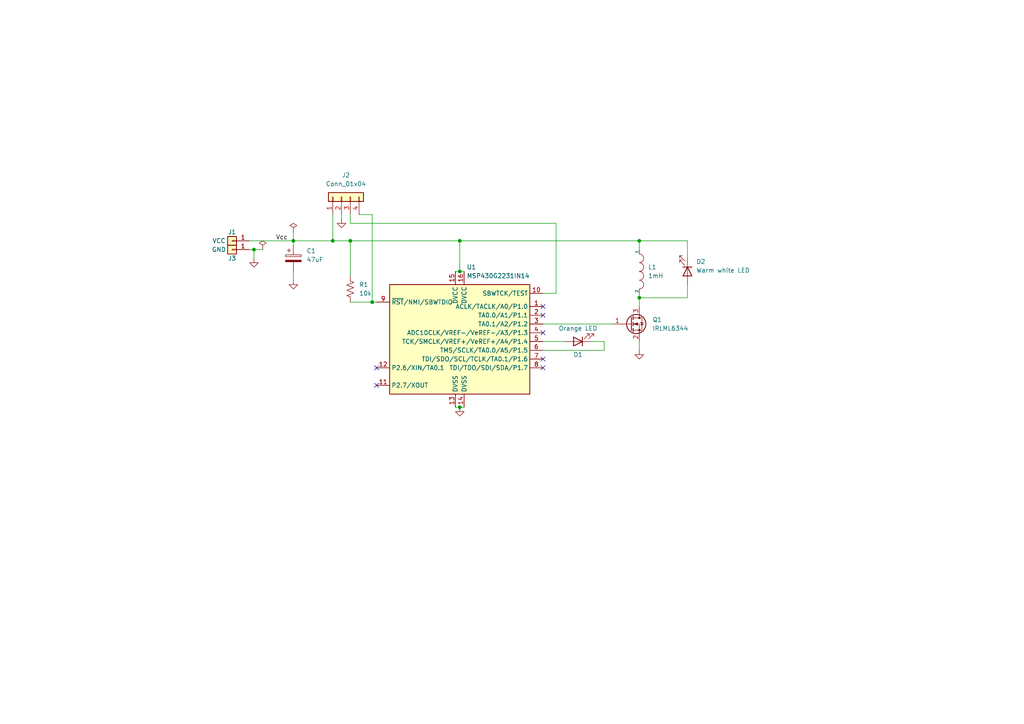
<source format=kicad_sch>
(kicad_sch (version 20230121) (generator eeschema)
  (paper "A4")
  (title_block (title "uLightHouse") (date "2023-09-17") (rev "1.1") (company "Navaneeth Bhardwaj") (comment 1 "Design by "))
  (lib_symbols
    (symbol "Connector_Generic:Conn_01x01" (pin_names (offset 1.016) hide)
      (property "Reference" "J" (at 0 2.54 0))
      (property "Value" "Conn_01x01" (at 0 -2.54 0))
      (symbol "Conn_01x01_1_1"
        (rectangle (start -1.27 0.127) (end 0 -0.127) (stroke (width 0.1524)))
        (rectangle (start -1.27 1.27) (end 1.27 -1.27) (stroke (width 0.254)) (fill (type background)))
        (pin passive line (at -5.08 0 0) (length 3.81) (name "Pin_1") (number "1"))
      )
    )
    (symbol "Connector_Generic:Conn_01x04" (pin_names (offset 1.016) hide)
      (property "Reference" "J" (at 0 5.08 0))
      (property "Value" "Conn_01x04" (at 0 -7.62 0))
      (symbol "Conn_01x04_1_1"
        (rectangle (start -1.27 -4.953) (end 0 -5.207) (stroke (width 0.1524)))
        (rectangle (start -1.27 -2.413) (end 0 -2.667) (stroke (width 0.1524)))
        (rectangle (start -1.27 0.127) (end 0 -0.127) (stroke (width 0.1524)))
        (rectangle (start -1.27 2.667) (end 0 2.413) (stroke (width 0.1524)))
        (rectangle (start -1.27 3.81) (end 1.27 -6.35) (stroke (width 0.254)) (fill (type background)))
        (pin passive line (at -5.08 2.54 0) (length 3.81) (name "Pin_1") (number "1"))
        (pin passive line (at -5.08 0 0) (length 3.81) (name "Pin_2") (number "2"))
        (pin passive line (at -5.08 -2.54 0) (length 3.81) (name "Pin_3") (number "3"))
        (pin passive line (at -5.08 -5.08 0) (length 3.81) (name "Pin_4") (number "4"))
      )
    )
    (symbol "Device:C_Polarized" (pin_numbers hide) (pin_names (offset 0.254))
      (property "Reference" "C" (at 0.635 2.54 0))
      (property "Value" "C_Polarized" (at 0.635 -2.54 0))
      (symbol "C_Polarized_0_1"
        (rectangle (start -2.286 0.508) (end 2.286 1.016))
        (polyline (pts (xy -1.778 2.286) (xy -0.762 2.286)))
        (polyline (pts (xy -1.27 2.794) (xy -1.27 1.778)))
        (rectangle (start 2.286 -0.508) (end -2.286 -1.016) (fill (type outline)))
      )
      (symbol "C_Polarized_1_1"
        (pin passive line (at 0 3.81 270) (length 2.794) (name "~") (number "1"))
        (pin passive line (at 0 -3.81 90) (length 2.794) (name "~") (number "2"))
      )
    )
    (symbol "Device:LED" (pin_numbers hide) (pin_names (offset 1.016) hide)
      (property "Reference" "D" (at 0 2.54 0))
      (property "Value" "LED" (at 0 -2.54 0))
      (symbol "LED_0_1"
        (polyline (pts (xy -1.27 -1.27) (xy -1.27 1.27)) (stroke (width 0.254)))
        (polyline (pts (xy -1.27 0) (xy 1.27 0)))
        (polyline (pts (xy 1.27 -1.27) (xy 1.27 1.27) (xy -1.27 0) (xy 1.27 -1.27)) (stroke (width 0.254)))
        (polyline (pts (xy -3.048 -0.762) (xy -4.572 -2.286) (xy -3.81 -2.286) (xy -4.572 -2.286) (xy -4.572 -1.524)))
        (polyline (pts (xy -1.778 -0.762) (xy -3.302 -2.286) (xy -2.54 -2.286) (xy -3.302 -2.286) (xy -3.302 -1.524)))
      )
      (symbol "LED_1_1"
        (pin passive line (at -3.81 0 0) (length 2.54) (name "K") (number "1"))
        (pin passive line (at 3.81 0 180) (length 2.54) (name "A") (number "2"))
      )
    )
    (symbol "Device:R_US" (pin_numbers hide) (pin_names (offset 0))
      (property "Reference" "R" (at 2.54 0 90))
      (property "Value" "R_US" (at -2.54 0 90))
      (symbol "R_US_0_1"
        (polyline (pts (xy 0 -2.286) (xy 0 -2.54)))
        (polyline (pts (xy 0 2.286) (xy 0 2.54)))
        (polyline (pts (xy 0 -0.762) (xy 1.016 -1.143) (xy 0 -1.524) (xy -1.016 -1.905) (xy 0 -2.286)))
        (polyline (pts (xy 0 0.762) (xy 1.016 0.381) (xy 0 0) (xy -1.016 -0.381) (xy 0 -0.762)))
        (polyline (pts (xy 0 2.286) (xy 1.016 1.905) (xy 0 1.524) (xy -1.016 1.143) (xy 0 0.762)))
      )
      (symbol "R_US_1_1"
        (pin passive line (at 0 3.81 270) (length 1.27) (name "~") (number "1"))
        (pin passive line (at 0 -3.81 90) (length 1.27) (name "~") (number "2"))
      )
    )
    (symbol "MCU_Texas_MSP430:MSP430G2231IRSA16"
      (property "Reference" "U" (at -19.05 17.78 0))
      (property "Value" "MSP430G2231IRSA16" (at 12.7 -16.51 0))
      (symbol "MSP430G2231IRSA16_0_1"
        (rectangle (start -20.32 16.51) (end 20.32 -15.24) (stroke (width 0.254)) (fill (type background)))
      )
      (symbol "MSP430G2231IRSA16_1_1"
        (pin bidirectional line (at 24.13 10.16 180) (length 3.81) (name "ACLK/TACLK/A0/P1.0") (number "1"))
        (pin input line (at 24.13 13.97 180) (length 3.81) (name "SBWTCK/TEST") (number "10"))
        (pin bidirectional line (at -24.13 -12.7 0) (length 3.81) (name "P2.7/XOUT") (number "11"))
        (pin bidirectional line (at -24.13 -7.62 0) (length 3.81) (name "P2.6/XIN/TA0.1") (number "12"))
        (pin power_in line (at -1.27 -19.05 90) (length 3.81) (name "DVSS") (number "13"))
        (pin power_in line (at 1.27 -19.05 90) (length 3.81) (name "DVSS") (number "14"))
        (pin power_in line (at -1.27 20.32 270) (length 3.81) (name "DVCC") (number "15"))
        (pin power_in line (at 1.27 20.32 270) (length 3.81) (name "DVCC") (number "16"))
        (pin bidirectional line (at 24.13 7.62 180) (length 3.81) (name "TA0.0/A1/P1.1") (number "2"))
        (pin bidirectional line (at 24.13 5.08 180) (length 3.81) (name "TA0.1/A2/P1.2") (number "3"))
        (pin bidirectional line (at 24.13 2.54 180) (length 3.81) (name "ADC10CLK/VREF-/VeREF-/A3/P1.3") (number "4"))
        (pin bidirectional line (at 24.13 0 180) (length 3.81) (name "TCK/SMCLK/VREF+/VeREF+/A4/P1.4") (number "5"))
        (pin bidirectional line (at 24.13 -2.54 180) (length 3.81) (name "TMS/SCLK/TA0.0/A5/P1.5") (number "6"))
        (pin bidirectional line (at 24.13 -5.08 180) (length 3.81) (name "TDI/SDO/SCL/TCLK/TA0.1/P1.6") (number "7"))
        (pin bidirectional line (at 24.13 -7.62 180) (length 3.81) (name "TDI/TDO/SDI/SDA/P1.7") (number "8"))
        (pin input line (at -24.13 11.43 0) (length 3.81) (name "~{RST}/NMI/SBWTDIO") (number "9"))
      )
    )
    (symbol "Transistor_FET:IRLML0030" (pin_names hide)
      (property "Reference" "Q" (at 5.08 1.905 0))
      (property "Value" "IRLML0030" (at 5.08 0 0))
      (symbol "IRLML0030_0_1"
        (polyline (pts (xy 0.254 0) (xy -2.54 0)))
        (polyline (pts (xy 0.254 1.905) (xy 0.254 -1.905)) (stroke (width 0.254)))
        (polyline (pts (xy 0.762 -1.27) (xy 0.762 -2.286)) (stroke (width 0.254)))
        (polyline (pts (xy 0.762 0.508) (xy 0.762 -0.508)) (stroke (width 0.254)))
        (polyline (pts (xy 0.762 2.286) (xy 0.762 1.27)) (stroke (width 0.254)))
        (polyline (pts (xy 2.54 2.54) (xy 2.54 1.778)))
        (polyline (pts (xy 2.54 -2.54) (xy 2.54 0) (xy 0.762 0)))
        (polyline (pts (xy 0.762 -1.778) (xy 3.302 -1.778) (xy 3.302 1.778) (xy 0.762 1.778)))
        (polyline (pts (xy 1.016 0) (xy 2.032 0.381) (xy 2.032 -0.381) (xy 1.016 0)) (fill (type outline)))
        (polyline (pts (xy 2.794 0.508) (xy 2.921 0.381) (xy 3.683 0.381) (xy 3.81 0.254)))
        (polyline (pts (xy 3.302 0.381) (xy 2.921 -0.254) (xy 3.683 -0.254) (xy 3.302 0.381)))
        (circle (center 1.651 0) (radius 2.794) (stroke (width 0.254)))
        (circle (center 2.54 -1.778) (radius 0.254) (fill (type outline)))
        (circle (center 2.54 1.778) (radius 0.254) (fill (type outline)))
      )
      (symbol "IRLML0030_1_1"
        (pin input line (at -5.08 0 0) (length 2.54) (name "G") (number "1"))
        (pin passive line (at 2.54 -5.08 90) (length 2.54) (name "S") (number "2"))
        (pin passive line (at 2.54 5.08 270) (length 2.54) (name "D") (number "3"))
      )
    )
    (symbol "power:GND" (power) (pin_names (offset 0))
      (property "Value" "GND" (at 0 -3.81 0))
      (symbol "GND_0_1"
        (polyline (pts (xy 0 0) (xy 0 -1.27) (xy 1.27 -1.27) (xy 0 -2.54) (xy -1.27 -1.27) (xy 0 -1.27)))
      )
      (symbol "GND_1_1"
        (pin power_in line (at 0 0 270) (length 0) hide (name "GND") (number "1"))
      )
    )
    (symbol "power:PWR_FLAG" (power) (pin_numbers hide) (pin_names (offset 0) hide)
      (property "Value" "PWR_FLAG" (at 0 3.81 0))
      (symbol "PWR_FLAG_0_0"
        (pin power_out line (at 0 0 90) (length 0) (name "pwr") (number "1"))
      )
      (symbol "PWR_FLAG_0_1"
        (polyline (pts (xy 0 0) (xy 0 1.27) (xy -1.016 1.905) (xy 0 2.54) (xy 1.016 1.905) (xy 0 1.27)))
      )
    )
    (symbol "pspice:INDUCTOR" (pin_numbers hide) (pin_names (offset 0))
      (property "Reference" "L" (at 0 2.54 0))
      (property "Value" "INDUCTOR" (at 0 -1.27 0))
      (symbol "INDUCTOR_0_1"
        (arc (start -2.54 0) (mid -3.81 1.2645) (end -5.08 0))
        (arc (start 0 0) (mid -1.27 1.2645) (end -2.54 0))
        (arc (start 2.54 0) (mid 1.27 1.2645) (end 0 0))
        (arc (start 5.08 0) (mid 3.81 1.2645) (end 2.54 0))
      )
      (symbol "INDUCTOR_1_1"
        (pin input line (at -6.35 0 0) (length 1.27) (name "1") (number "1"))
        (pin input line (at 6.35 0 180) (length 1.27) (name "2") (number "2"))
      )
    )
  )
  (junction (at 107.95 87.63))
  (junction (at 85.09 69.85))
  (junction (at 73.66 72.39))
  (junction (at 101.6 69.85))
  (junction (at 185.42 86.36))
  (junction (at 133.35 118.11))
  (junction (at 185.42 69.85))
  (junction (at 133.35 69.85))
  (junction (at 96.52 69.85))
  (junction (at 133.35 78.74))
  (no_connect (at 109.22 111.76))
  (no_connect (at 157.48 104.14))
  (no_connect (at 157.48 106.68))
  (no_connect (at 157.48 88.9))
  (no_connect (at 157.48 96.52))
  (no_connect (at 157.48 91.44))
  (no_connect (at 109.22 106.68))
  (wire (pts (xy 104.14 62.23) (xy 107.95 62.23)))
  (wire (pts (xy 72.39 69.85) (xy 85.09 69.85)))
  (wire (pts (xy 72.39 72.39) (xy 73.66 72.39)))
  (wire (pts (xy 85.09 78.74) (xy 85.09 81.28)))
  (wire (pts (xy 133.35 118.11) (xy 134.62 118.11)))
  (wire (pts (xy 185.42 86.36) (xy 185.42 88.9)))
  (wire (pts (xy 101.6 69.85) (xy 101.6 80.01)))
  (wire (pts (xy 199.39 82.55) (xy 199.39 86.36)))
  (wire (pts (xy 101.6 62.23) (xy 101.6 64.77)))
  (wire (pts (xy 99.06 62.23) (xy 99.06 63.5)))
  (wire (pts (xy 73.66 72.39) (xy 76.2 72.39)))
  (wire (pts (xy 133.35 69.85) (xy 185.42 69.85)))
  (wire (pts (xy 175.26 101.6) (xy 157.48 101.6)))
  (wire (pts (xy 175.26 99.06) (xy 175.26 101.6)))
  (wire (pts (xy 85.09 69.85) (xy 85.09 71.12)))
  (wire (pts (xy 96.52 62.23) (xy 96.52 69.85)))
  (wire (pts (xy 85.09 69.85) (xy 96.52 69.85)))
  (wire (pts (xy 171.45 99.06) (xy 175.26 99.06)))
  (wire (pts (xy 161.29 64.77) (xy 161.29 85.09)))
  (wire (pts (xy 73.66 72.39) (xy 73.66 74.93)))
  (wire (pts (xy 185.42 99.06) (xy 185.42 101.6)))
  (wire (pts (xy 185.42 69.85) (xy 185.42 72.39)))
  (wire (pts (xy 132.08 118.11) (xy 133.35 118.11)))
  (wire (pts (xy 107.95 87.63) (xy 109.22 87.63)))
  (wire (pts (xy 199.39 69.85) (xy 185.42 69.85)))
  (wire (pts (xy 157.48 93.98) (xy 177.8 93.98)))
  (wire (pts (xy 101.6 87.63) (xy 107.95 87.63)))
  (wire (pts (xy 96.52 69.85) (xy 101.6 69.85)))
  (wire (pts (xy 101.6 69.85) (xy 133.35 69.85)))
  (wire (pts (xy 133.35 69.85) (xy 133.35 78.74)))
  (wire (pts (xy 85.09 67.31) (xy 85.09 69.85)))
  (wire (pts (xy 185.42 85.09) (xy 185.42 86.36)))
  (wire (pts (xy 199.39 74.93) (xy 199.39 69.85)))
  (wire (pts (xy 199.39 86.36) (xy 185.42 86.36)))
  (wire (pts (xy 157.48 85.09) (xy 161.29 85.09)))
  (wire (pts (xy 107.95 62.23) (xy 107.95 87.63)))
  (wire (pts (xy 132.08 78.74) (xy 133.35 78.74)))
  (wire (pts (xy 157.48 99.06) (xy 163.83 99.06)))
  (wire (pts (xy 133.35 78.74) (xy 134.62 78.74)))
  (wire (pts (xy 101.6 64.77) (xy 161.29 64.77)))
  (label "Vcc" (at 80.01 69.85 0))
  (symbol (lib_id "power:GND") (at 73.66 74.93 0) (unit 1)
    (property "Reference" "#PWR01" (effects hide))
    (property "Value" "GND" (effects hide))
  )
  (symbol (lib_id "Connector_Generic:Conn_01x01") (at 67.31 72.39 180) (unit 1)
    (property "Reference" "J3" (at 67.31 74.93 0))
    (property "Value" "GND" (at 63.5 72.39 0))
    (property "Footprint" "TestPoint:TestPoint_Pad_D1.5mm" (effects hide))
  )
  (symbol (lib_id "Device:C_Polarized") (at 85.09 74.93 0) (unit 1)
    (property "Reference" "C1" (at 88.9 72.7709 0) (effects (justify left)))
    (property "Value" "47uF" (at 88.9 75.3109 0) (effects (justify left)))
    (property "Footprint" "Capacitor_SMD:C_1210_3225Metric_Pad1.33x2.70mm_HandSolder" (effects hide))
  )
  (symbol (lib_id "power:GND") (at 99.06 63.5 0) (unit 1)
    (property "Reference" "#PWR03" (effects hide))
    (property "Value" "GND" (effects hide))
  )
  (symbol (lib_id "Device:LED") (at 167.64 99.06 180) (unit 1)
    (property "Reference" "D1" (at 167.64 102.87 0))
    (property "Value" "Orange LED" (at 167.64 95.25 0))
    (property "Footprint" "LED_SMD:LED_0805_2012Metric_Pad1.15x1.40mm_HandSolder" (effects hide))
  )
  (symbol (lib_id "Connector_Generic:Conn_01x01") (at 67.31 69.85 180) (unit 1)
    (property "Reference" "J1" (at 67.31 67.31 0))
    (property "Value" "VCC" (at 63.5 69.85 0))
    (property "Footprint" "TestPoint:TestPoint_Pad_D1.5mm" (effects hide))
  )
  (symbol (lib_id "Device:R_US") (at 101.6 83.82 0) (unit 1)
    (property "Reference" "R1" (at 104.14 82.5499 0) (effects (justify left)))
    (property "Value" "10k" (at 104.14 85.0899 0) (effects (justify left)))
    (property "Footprint" "Resistor_SMD:R_0603_1608Metric_Pad0.98x0.95mm_HandSolder" (effects hide))
  )
  (symbol (lib_id "MCU_Texas_MSP430:MSP430G2231IRSA16") (at 133.35 99.06 0) (unit 1)
    (property "Reference" "U1" (at 135.3694 77.47 0) (effects (justify left)))
    (property "Value" "MSP430G2231IN14" (at 135.3694 80.01 0) (effects (justify left)))
    (property "Footprint" "Package_DFN_QFN:Texas_S-PVQFN-N16_EP2.7x2.7mm" (effects hide))
    (property "Datasheet" "http://www.ti.com/lit/ds/symlink/msp430g2231.pdf" (effects hide))
  )
  (symbol (lib_id "Transistor_FET:IRLML0030") (at 182.88 93.98 0) (unit 1)
    (property "Reference" "Q1" (at 189.23 92.7099 0) (effects (justify left)))
    (property "Value" "IRLML6344" (at 189.23 95.2499 0) (effects (justify left)))
    (property "Footprint" "Package_TO_SOT_SMD:SOT-23" (effects hide))
    (property "Datasheet" "https://www.infineon.com/dgdl/irlml0030pbf.pdf?fileId=5546d462533600a401535664773825df" (effects hide))
  )
  (symbol (lib_id "power:GND") (at 133.35 118.11 0) (unit 1)
    (property "Reference" "#PWR04" (effects hide))
    (property "Value" "GND" (effects hide))
  )
  (symbol (lib_id "pspice:INDUCTOR") (at 185.42 78.74 270) (unit 1)
    (property "Reference" "L1" (at 187.96 77.4699 90) (effects (justify left)))
    (property "Value" "1mH" (at 187.96 80.0099 90) (effects (justify left)))
    (property "Footprint" "Inductor_SMD:L_TTElectronics_HM79M-20xxx" (effects hide))
  )
  (symbol (lib_id "power:PWR_FLAG") (at 76.2 72.39 0) (unit 1)
    (property "Reference" "#FLG01" (effects hide))
    (property "Value" "PWR_FLAG" (effects hide))
  )
  (symbol (lib_id "Connector_Generic:Conn_01x04") (at 99.06 57.15 90) (unit 1)
    (property "Reference" "J2" (at 100.33 50.8 90))
    (property "Value" "Conn_01x04" (at 100.33 53.34 90))
    (property "Footprint" "Connector_PinHeader_1.27mm:PinHeader_1x04_P1.27mm_Vertical" (effects hide))
  )
  (symbol (lib_id "Device:LED") (at 199.39 78.74 270) (unit 1)
    (property "Reference" "D2" (at 201.93 75.8824 90) (effects (justify left)))
    (property "Value" "Warm white LED" (at 201.93 78.4224 90) (effects (justify left)))
    (property "Footprint" "TestPoint:TestPoint_2Pads_Pitch2.54mm_Drill0.8mm" (effects hide))
  )
  (symbol (lib_id "power:PWR_FLAG") (at 85.09 67.31 0) (unit 1)
    (property "Reference" "#FLG02" (effects hide))
    (property "Value" "PWR_FLAG" (effects hide))
  )
  (symbol (lib_id "power:GND") (at 85.09 81.28 0) (unit 1)
    (property "Reference" "#PWR02" (effects hide))
    (property "Value" "GND" (effects hide))
  )
  (symbol (lib_id "power:GND") (at 185.42 101.6 0) (unit 1)
    (property "Reference" "#PWR05" (effects hide))
    (property "Value" "GND" (effects hide))
  )
)
</source>
